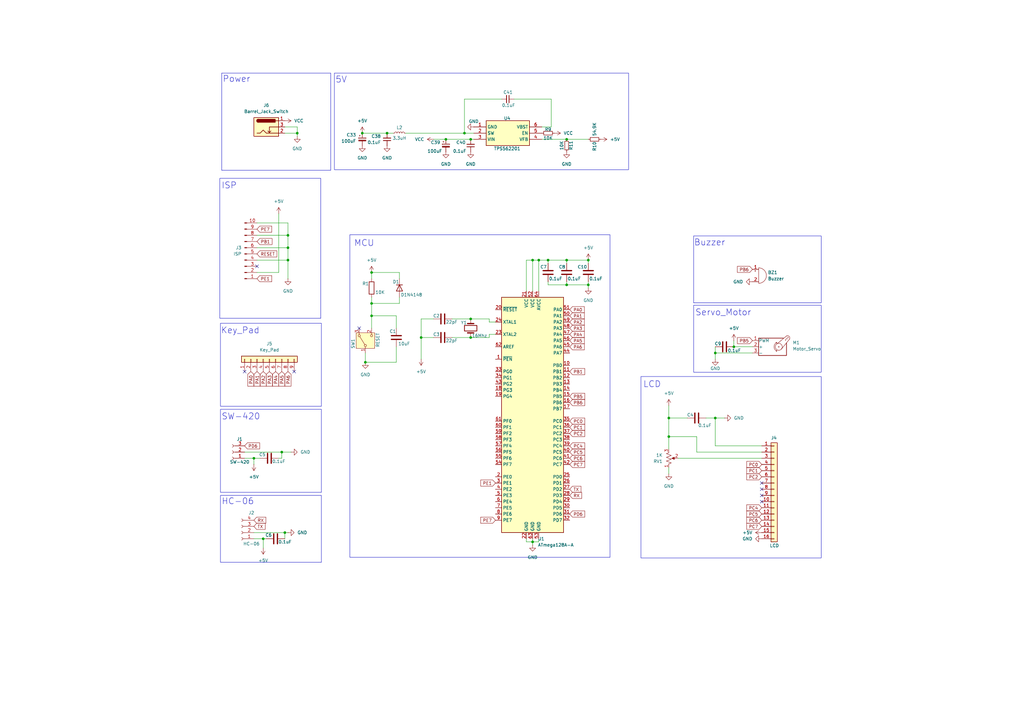
<source format=kicad_sch>
(kicad_sch (version 20250114) (generator "eeschema") (generator_version "9.0")
  (paper "A3")
  (lib_symbols
    (symbol "Connector:Barrel_Jack_Switch" (pin_names (hide yes))
      (property "Reference" "J" (at 0 5.334 0))
      (property "Value" "Barrel_Jack_Switch" (at 0 -5.08 0))
      (symbol "Barrel_Jack_Switch_1_1"
        (pin passive line (at 7.62 2.54 180) (length 2.54) (name "~") (number "1"))
        (pin passive line (at 7.62 0 180) (length 2.54) (name "~") (number "3"))
        (pin passive line (at 7.62 -2.54 180) (length 2.54) (name "~") (number "2"))
      )
    )
    (symbol "Connector:Conn_01x03_Socket" (pin_names (offset 1.016) (hide yes))
      (property "Reference" "J" (at 0 5.08 0))
      (property "Value" "Conn_01x03_Socket" (at 0 -5.08 0))
      (symbol "Conn_01x03_Socket_1_1"
        (pin passive line (at -5.08 2.54 0) (length 3.81) (name "Pin_1") (number "1"))
        (pin passive line (at -5.08 0 0) (length 3.81) (name "Pin_2") (number "2"))
        (pin passive line (at -5.08 -2.54 0) (length 3.81) (name "Pin_3") (number "3"))
      )
    )
    (symbol "Connector:Conn_01x04_Socket" (pin_names (offset 1.016) (hide yes))
      (property "Reference" "J" (at 0 5.08 0))
      (property "Value" "Conn_01x04_Socket" (at 0 -7.62 0))
      (symbol "Conn_01x04_Socket_1_1"
        (pin passive line (at -5.08 2.54 0) (length 3.81) (name "Pin_1") (number "1"))
        (pin passive line (at -5.08 0 0) (length 3.81) (name "Pin_2") (number "2"))
        (pin passive line (at -5.08 -2.54 0) (length 3.81) (name "Pin_3") (number "3"))
        (pin passive line (at -5.08 -5.08 0) (length 3.81) (name "Pin_4") (number "4"))
      )
    )
    (symbol "Connector:Conn_01x10_Pin" (pin_names (offset 1.016) (hide yes))
      (property "Reference" "J" (at 0 12.7 0))
      (property "Value" "Conn_01x10_Pin" (at 0 -15.24 0))
      (symbol "Conn_01x10_Pin_1_1"
        (pin passive line (at 5.08 10.16 180) (length 3.81) (name "Pin_1") (number "1"))
        (pin passive line (at 5.08 7.62 180) (length 3.81) (name "Pin_2") (number "2"))
        (pin passive line (at 5.08 5.08 180) (length 3.81) (name "Pin_3") (number "3"))
        (pin passive line (at 5.08 2.54 180) (length 3.81) (name "Pin_4") (number "4"))
        (pin passive line (at 5.08 0 180) (length 3.81) (name "Pin_5") (number "5"))
        (pin passive line (at 5.08 -2.54 180) (length 3.81) (name "Pin_6") (number "6"))
        (pin passive line (at 5.08 -5.08 180) (length 3.81) (name "Pin_7") (number "7"))
        (pin passive line (at 5.08 -7.62 180) (length 3.81) (name "Pin_8") (number "8"))
        (pin passive line (at 5.08 -10.16 180) (length 3.81) (name "Pin_9") (number "9"))
        (pin passive line (at 5.08 -12.7 180) (length 3.81) (name "Pin_10") (number "10"))
      )
    )
    (symbol "Connector_Generic:Conn_01x09" (pin_names (offset 1.016) (hide yes))
      (property "Reference" "J" (at 0 12.7 0))
      (property "Value" "Conn_01x09" (at 0 -12.7 0))
      (symbol "Conn_01x09_1_1"
        (pin passive line (at -5.08 10.16 0) (length 3.81) (name "Pin_1") (number "1"))
        (pin passive line (at -5.08 7.62 0) (length 3.81) (name "Pin_2") (number "2"))
        (pin passive line (at -5.08 5.08 0) (length 3.81) (name "Pin_3") (number "3"))
        (pin passive line (at -5.08 2.54 0) (length 3.81) (name "Pin_4") (number "4"))
        (pin passive line (at -5.08 0 0) (length 3.81) (name "Pin_5") (number "5"))
        (pin passive line (at -5.08 -2.54 0) (length 3.81) (name "Pin_6") (number "6"))
        (pin passive line (at -5.08 -5.08 0) (length 3.81) (name "Pin_7") (number "7"))
        (pin passive line (at -5.08 -7.62 0) (length 3.81) (name "Pin_8") (number "8"))
        (pin passive line (at -5.08 -10.16 0) (length 3.81) (name "Pin_9") (number "9"))
      )
    )
    (symbol "Connector_Generic:Conn_01x16" (pin_names (offset 1.016) (hide yes))
      (property "Reference" "J" (at 0 20.32 0))
      (property "Value" "Conn_01x16" (at 0 -22.86 0))
      (symbol "Conn_01x16_1_1"
        (pin passive line (at -5.08 17.78 0) (length 3.81) (name "Pin_1") (number "1"))
        (pin passive line (at -5.08 15.24 0) (length 3.81) (name "Pin_2") (number "2"))
        (pin passive line (at -5.08 12.7 0) (length 3.81) (name "Pin_3") (number "3"))
        (pin passive line (at -5.08 10.16 0) (length 3.81) (name "Pin_4") (number "4"))
        (pin passive line (at -5.08 7.62 0) (length 3.81) (name "Pin_5") (number "5"))
        (pin passive line (at -5.08 5.08 0) (length 3.81) (name "Pin_6") (number "6"))
        (pin passive line (at -5.08 2.54 0) (length 3.81) (name "Pin_7") (number "7"))
        (pin passive line (at -5.08 0 0) (length 3.81) (name "Pin_8") (number "8"))
        (pin passive line (at -5.08 -2.54 0) (length 3.81) (name "Pin_9") (number "9"))
        (pin passive line (at -5.08 -5.08 0) (length 3.81) (name "Pin_10") (number "10"))
        (pin passive line (at -5.08 -7.62 0) (length 3.81) (name "Pin_11") (number "11"))
        (pin passive line (at -5.08 -10.16 0) (length 3.81) (name "Pin_12") (number "12"))
        (pin passive line (at -5.08 -12.7 0) (length 3.81) (name "Pin_13") (number "13"))
        (pin passive line (at -5.08 -15.24 0) (length 3.81) (name "Pin_14") (number "14"))
        (pin passive line (at -5.08 -17.78 0) (length 3.81) (name "Pin_15") (number "15"))
        (pin passive line (at -5.08 -20.32 0) (length 3.81) (name "Pin_16") (number "16"))
      )
    )
    (symbol "Device:Buzzer" (pin_names (offset 0.0254) (hide yes))
      (property "Reference" "BZ" (at 3.81 1.27 0))
      (property "Value" "Buzzer" (at 3.81 -1.27 0))
      (symbol "Buzzer_1_1"
        (pin passive line (at -2.54 2.54 0) (length 2.54) (name "+") (number "1"))
        (pin passive line (at -2.54 -2.54 0) (length 2.54) (name "-") (number "2"))
      )
    )
    (symbol "Device:C" (pin_numbers (hide yes)) (pin_names (offset 0.254))
      (property "Reference" "C" (at 0.635 2.54 0))
      (property "Value" "C" (at 0.635 -2.54 0))
      (symbol "C_1_1"
        (pin passive line (at 0 3.81 270) (length 2.794) (name "~") (number "1"))
        (pin passive line (at 0 -3.81 90) (length 2.794) (name "~") (number "2"))
      )
    )
    (symbol "Device:C_Polarized_Small" (pin_numbers (hide yes)) (pin_names (offset 0.254) (hide yes))
      (property "Reference" "C" (at 0.254 1.778 0))
      (property "Value" "C_Polarized_Small" (at 0.254 -2.032 0))
      (symbol "C_Polarized_Small_1_1"
        (pin passive line (at 0 2.54 270) (length 1.8542) (name "~") (number "1"))
        (pin passive line (at 0 -2.54 90) (length 1.8542) (name "~") (number "2"))
      )
    )
    (symbol "Device:C_Small" (pin_numbers (hide yes)) (pin_names (offset 0.254) (hide yes))
      (property "Reference" "C" (at 0.254 1.778 0))
      (property "Value" "C_Small" (at 0.254 -2.032 0))
      (symbol "C_Small_1_1"
        (pin passive line (at 0 2.54 270) (length 2.032) (name "~") (number "1"))
        (pin passive line (at 0 -2.54 90) (length 2.032) (name "~") (number "2"))
      )
    )
    (symbol "Device:Crystal" (pin_numbers (hide yes)) (pin_names (offset 1.016) (hide yes))
      (property "Reference" "Y" (at 0 3.81 0))
      (property "Value" "Crystal" (at 0 -3.81 0))
      (symbol "Crystal_1_1"
        (pin passive line (at -3.81 0 0) (length 1.27) (name "1") (number "1"))
        (pin passive line (at 3.81 0 180) (length 1.27) (name "2") (number "2"))
      )
    )
    (symbol "Device:D" (pin_numbers (hide yes)) (pin_names (offset 1.016) (hide yes))
      (property "Reference" "D" (at 0 2.54 0))
      (property "Value" "D" (at 0 -2.54 0))
      (symbol "D_1_1"
        (pin passive line (at -3.81 0 0) (length 2.54) (name "K") (number "1"))
        (pin passive line (at 3.81 0 180) (length 2.54) (name "A") (number "2"))
      )
    )
    (symbol "Device:L_Small" (pin_numbers (hide yes)) (pin_names (offset 0.254) (hide yes))
      (property "Reference" "L" (at 0.762 1.016 0))
      (property "Value" "L_Small" (at 0.762 -1.016 0))
      (symbol "L_Small_1_1"
        (pin passive line (at 0 2.54 270) (length 0.508) (name "~") (number "1"))
        (pin passive line (at 0 -2.54 90) (length 0.508) (name "~") (number "2"))
      )
    )
    (symbol "Device:R" (pin_numbers (hide yes)) (pin_names (offset 0))
      (property "Reference" "R" (at 2.032 0 90))
      (property "Value" "R" (at 0 0 90))
      (symbol "R_1_1"
        (pin passive line (at 0 3.81 270) (length 1.27) (name "~") (number "1"))
        (pin passive line (at 0 -3.81 90) (length 1.27) (name "~") (number "2"))
      )
    )
    (symbol "Device:R_Potentiometer_US" (pin_names (offset 1.016) (hide yes))
      (property "Reference" "RV" (at -4.445 0 90))
      (property "Value" "R_Potentiometer_US" (at -2.54 0 90))
      (symbol "R_Potentiometer_US_1_1"
        (pin passive line (at 0 3.81 270) (length 1.27) (name "1") (number "1"))
        (pin passive line (at 0 -3.81 90) (length 1.27) (name "3") (number "3"))
        (pin passive line (at 3.81 0 180) (length 1.27) (name "2") (number "2"))
      )
    )
    (symbol "Device:R_Small" (pin_numbers (hide yes)) (pin_names (offset 0.254) (hide yes))
      (property "Reference" "R" (at 0.762 0.508 0))
      (property "Value" "R_Small" (at 0.762 -1.016 0))
      (symbol "R_Small_1_1"
        (pin passive line (at 0 2.54 270) (length 0.762) (name "~") (number "1"))
        (pin passive line (at 0 -2.54 90) (length 0.762) (name "~") (number "2"))
      )
    )
    (symbol "MCU_Microchip_ATmega:ATmega128A-A"
      (property "Reference" "U1" (at 2.1433 -50.8 0))
      (property "Value" "ATmega128A-A" (at 2.1433 -53.34 0))
      (symbol "ATmega128A-A_1_1"
        (pin input line (at -15.24 43.18 0) (length 2.54) (name "~{RESET}") (number "20"))
        (pin input line (at -15.24 38.1 0) (length 2.54) (name "XTAL1") (number "24"))
        (pin output line (at -15.24 33.02 0) (length 2.54) (name "XTAL2") (number "23"))
        (pin passive line (at -15.24 27.94 0) (length 2.54) (name "AREF") (number "62"))
        (pin input line (at -15.24 22.86 0) (length 2.54) (name "~{PEN}") (number "1"))
        (pin bidirectional line (at -15.24 17.78 0) (length 2.54) (name "PG0") (number "33"))
        (pin bidirectional line (at -15.24 15.24 0) (length 2.54) (name "PG1") (number "34"))
        (pin bidirectional line (at -15.24 12.7 0) (length 2.54) (name "PG2") (number "43"))
        (pin bidirectional line (at -15.24 10.16 0) (length 2.54) (name "PG3") (number "18"))
        (pin bidirectional line (at -15.24 7.62 0) (length 2.54) (name "PG4") (number "19"))
        (pin bidirectional line (at -15.24 -2.54 0) (length 2.54) (name "PF0") (number "61"))
        (pin bidirectional line (at -15.24 -5.08 0) (length 2.54) (name "PF1") (number "60"))
        (pin bidirectional line (at -15.24 -7.62 0) (length 2.54) (name "PF2") (number "59"))
        (pin bidirectional line (at -15.24 -10.16 0) (length 2.54) (name "PF3") (number "58"))
        (pin bidirectional line (at -15.24 -12.7 0) (length 2.54) (name "PF4") (number "57"))
        (pin bidirectional line (at -15.24 -15.24 0) (length 2.54) (name "PF5") (number "56"))
        (pin bidirectional line (at -15.24 -17.78 0) (length 2.54) (name "PF6") (number "55"))
        (pin bidirectional line (at -15.24 -20.32 0) (length 2.54) (name "PF7") (number "54"))
        (pin bidirectional line (at -15.24 -25.4 0) (length 2.54) (name "PE0") (number "2"))
        (pin bidirectional line (at -15.24 -27.94 0) (length 2.54) (name "PE1") (number "3"))
        (pin bidirectional line (at -15.24 -30.48 0) (length 2.54) (name "PE2") (number "4"))
        (pin bidirectional line (at -15.24 -33.02 0) (length 2.54) (name "PE3") (number "5"))
        (pin bidirectional line (at -15.24 -35.56 0) (length 2.54) (name "PE4") (number "6"))
        (pin bidirectional line (at -15.24 -38.1 0) (length 2.54) (name "PE5") (number "7"))
        (pin bidirectional line (at -15.24 -40.64 0) (length 2.54) (name "PE6") (number "8"))
        (pin bidirectional line (at -15.24 -43.18 0) (length 2.54) (name "PE7") (number "9"))
        (pin power_in line (at -2.54 50.8 270) (length 2.54) (name "VCC") (number "21"))
        (pin power_in line (at -2.54 -50.8 90) (length 2.54) (name "GND") (number "22"))
        (pin power_in line (at 0 50.8 270) (length 2.54) (name "VCC") (number "52"))
        (pin power_in line (at 0 -50.8 90) (length 2.54) (name "GND") (number "63"))
        (pin power_in line (at 2.54 50.8 270) (length 2.54) (name "AVCC") (number "64"))
        (pin power_in line (at 2.54 -50.8 90) (length 2.54) (name "GND") (number "53"))
        (pin bidirectional line (at 15.24 43.18 180) (length 2.54) (name "PA0") (number "51"))
        (pin bidirectional line (at 15.24 40.64 180) (length 2.54) (name "PA1") (number "50"))
        (pin bidirectional line (at 15.24 38.1 180) (length 2.54) (name "PA2") (number "49"))
        (pin bidirectional line (at 15.24 35.56 180) (length 2.54) (name "PA3") (number "48"))
        (pin bidirectional line (at 15.24 33.02 180) (length 2.54) (name "PA4") (number "47"))
        (pin bidirectional line (at 15.24 30.48 180) (length 2.54) (name "PA5") (number "46"))
        (pin bidirectional line (at 15.24 27.94 180) (length 2.54) (name "PA6") (number "45"))
        (pin bidirectional line (at 15.24 25.4 180) (length 2.54) (name "PA7") (number "44"))
        (pin bidirectional line (at 15.24 20.32 180) (length 2.54) (name "PB0") (number "10"))
        (pin bidirectional line (at 15.24 17.78 180) (length 2.54) (name "PB1") (number "11"))
        (pin bidirectional line (at 15.24 15.24 180) (length 2.54) (name "PB2") (number "12"))
        (pin bidirectional line (at 15.24 12.7 180) (length 2.54) (name "PB3") (number "13"))
        (pin bidirectional line (at 15.24 10.16 180) (length 2.54) (name "PB4") (number "14"))
        (pin bidirectional line (at 15.24 7.62 180) (length 2.54) (name "PB5") (number "15"))
        (pin bidirectional line (at 15.24 5.08 180) (length 2.54) (name "PB6") (number "16"))
        (pin bidirectional line (at 15.24 2.54 180) (length 2.54) (name "PB7") (number "17"))
        (pin bidirectional line (at 15.24 -2.54 180) (length 2.54) (name "PC0") (number "35"))
        (pin bidirectional line (at 15.24 -5.08 180) (length 2.54) (name "PC1") (number "36"))
        (pin bidirectional line (at 15.24 -7.62 180) (length 2.54) (name "PC2") (number "37"))
        (pin bidirectional line (at 15.24 -10.16 180) (length 2.54) (name "PC3") (number "38"))
        (pin bidirectional line (at 15.24 -12.7 180) (length 2.54) (name "PC4") (number "39"))
        (pin bidirectional line (at 15.24 -15.24 180) (length 2.54) (name "PC5") (number "40"))
        (pin bidirectional line (at 15.24 -17.78 180) (length 2.54) (name "PC6") (number "41"))
        (pin bidirectional line (at 15.24 -20.32 180) (length 2.54) (name "PC7") (number "42"))
        (pin bidirectional line (at 15.24 -25.4 180) (length 2.54) (name "PD0") (number "25"))
        (pin bidirectional line (at 15.24 -27.94 180) (length 2.54) (name "PD1") (number "26"))
        (pin bidirectional line (at 15.24 -30.48 180) (length 2.54) (name "PD2") (number "27"))
        (pin bidirectional line (at 15.24 -33.02 180) (length 2.54) (name "PD3") (number "28"))
        (pin bidirectional line (at 15.24 -35.56 180) (length 2.54) (name "PD4") (number "29"))
        (pin bidirectional line (at 15.24 -38.1 180) (length 2.54) (name "PD5") (number "30"))
        (pin bidirectional line (at 15.24 -40.64 180) (length 2.54) (name "PD6") (number "31"))
        (pin bidirectional line (at 15.24 -43.18 180) (length 2.54) (name "PD7") (number "32"))
      )
    )
    (symbol "Motor:Motor_Servo" (pin_names (offset 0.0254))
      (property "Reference" "M" (at -5.08 4.445 0))
      (property "Value" "Motor_Servo" (at -5.08 -4.064 0))
      (symbol "Motor_Servo_1_1"
        (pin passive line (at -7.62 2.54 0) (length 2.54) (name "PWM") (number "1"))
        (pin passive line (at -7.62 0 0) (length 2.54) (name "+") (number "2"))
        (pin passive line (at -7.62 -2.54 0) (length 2.54) (name "-") (number "3"))
      )
    )
    (symbol "Switch:SW_SPDT_312" (pin_names (offset 1) (hide yes))
      (property "Reference" "SW" (at 0 5.08 0))
      (property "Value" "SW_SPDT_312" (at 0 -5.08 0))
      (symbol "SW_SPDT_312_1_1"
        (pin passive line (at -5.08 0 0) (length 2.54) (name "B") (number "1"))
        (pin passive line (at 5.08 2.54 180) (length 2.54) (name "A") (number "3"))
        (pin passive line (at 5.08 -2.54 180) (length 2.54) (name "C") (number "2"))
      )
    )
    (symbol "TPS562201DDCR:TPS562201DDCR"
      (property "Reference" "IC" (at 4.826 4.318 0))
      (property "Value" "TPS562201DDCR" (at 6.35 -8.382 0))
      (symbol "TPS562201DDCR_1_1"
        (pin passive line (at 0 0 0) (length 5.08) (name "GND") (number "1"))
        (pin passive line (at 0 -2.54 0) (length 5.08) (name "SW") (number "2"))
        (pin passive line (at 0 -5.08 0) (length 5.08) (name "VIN") (number "3"))
        (pin passive line (at 27.94 0 180) (length 5.08) (name "VBST") (number "6"))
        (pin passive line (at 27.94 -2.54 180) (length 5.08) (name "EN") (number "5"))
        (pin passive line (at 27.94 -5.08 180) (length 5.08) (name "VFB") (number "4"))
      )
    )
    (symbol "power:+3.3V" (power) (pin_numbers (hide yes)) (pin_names (offset 0) (hide yes))
      (property "Value" "+3.3V" (at 0 3.556 0))
      (symbol "+3.3V_1_1"
        (pin power_in line (at 0 0 90) (length 0) (name "~") (number "1"))
      )
    )
    (symbol "power:+5V" (power) (pin_numbers (hide yes)) (pin_names (offset 0) (hide yes))
      (property "Value" "+5V" (at 0 3.556 0))
      (symbol "+5V_1_1"
        (pin power_in line (at 0 0 90) (length 0) (name "~") (number "1"))
      )
    )
    (symbol "power:GND" (power) (pin_numbers (hide yes)) (pin_names (offset 0) (hide yes))
      (property "Value" "GND" (at 0 -3.81 0))
      (symbol "GND_1_1"
        (pin power_in line (at 0 0 270) (length 0) (name "~") (number "1"))
      )
    )
    (symbol "power:VCC" (power) (pin_numbers (hide yes)) (pin_names (offset 0) (hide yes))
      (property "Value" "VCC" (at 0 3.556 0))
      (symbol "VCC_1_1"
        (pin power_in line (at 0 0 90) (length 0) (name "~") (number "1"))
      )
    )
  )
  (rectangle (start 284.48 96.774) (end 336.804 124.206))
  (rectangle (start 90.932 29.972) (end 135.636 69.85))
  (rectangle (start 284.48 125.222) (end 336.804 152.654))
  (rectangle (start 90.424 132.588) (end 131.826 166.624))
  (rectangle (start 90.17 73.152) (end 131.572 130.556))
  (rectangle (start 90.424 203.2) (end 131.826 230.632))
  (rectangle (start 90.424 167.894) (end 131.826 201.93))
  (rectangle (start 137.16 29.972) (end 257.81 69.596))
  (rectangle (start 262.89 154.432) (end 336.804 228.854))
  (rectangle (start 143.51 96.266) (end 250.19 228.6))
  (text "Buzzer\n" (at 291.084 99.568 0) (effects (font (size 2.54 2.54))))
  (text "ISP\n" (at 93.98 76.2 0) (effects (font (size 2.54 2.54))))
  (text "HC-06\n" (at 97.536 205.74 0) (effects (font (size 2.54 2.54))))
  (text "5V" (at 139.954 32.766 0) (effects (font (size 2.54 2.54))))
  (text "Servo_Motor" (at 296.672 128.27 0) (effects (font (size 2.54 2.54))))
  (text "LCD" (at 267.462 157.734 0) (effects (font (size 2.54 2.54))))
  (text "Power" (at 97.028 32.512 0) (effects (font (size 2.54 2.54))))
  (text "MCU" (at 149.352 99.822 0) (effects (font (size 2.54 2.54))))
  (text "SW-420\n" (at 98.806 170.942 0) (effects (font (size 2.54 2.54))))
  (text "Key_Pad\n" (at 98.552 135.636 0) (effects (font (size 2.54 2.54))))
  (junction (at 274.32 179.07))
  (junction (at 241.3 116.84))
  (junction (at 241.3 106.68))
  (junction (at 293.37 171.45))
  (junction (at 118.11 106.68))
  (junction (at 193.04 130.81))
  (junction (at 193.04 57.15))
  (junction (at 218.44 222.25))
  (junction (at 118.11 96.52))
  (junction (at 148.59 54.61))
  (junction (at 224.79 106.68))
  (junction (at 232.41 106.68))
  (junction (at 274.32 171.45))
  (junction (at 152.4 124.46))
  (junction (at 300.99 142.24))
  (junction (at 116.84 218.44))
  (junction (at 149.86 148.59))
  (junction (at 158.75 54.61))
  (junction (at 104.14 187.96))
  (junction (at 115.57 185.42))
  (junction (at 152.4 111.76))
  (junction (at 293.37 144.78))
  (junction (at 218.44 106.68))
  (junction (at 193.04 138.43))
  (junction (at 152.4 129.54))
  (junction (at 220.98 106.68))
  (junction (at 232.41 57.15))
  (junction (at 182.88 57.15))
  (junction (at 118.11 101.6))
  (junction (at 172.72 138.43))
  (junction (at 190.5 54.61))
  (junction (at 232.41 116.84))
  (junction (at 107.95 220.98))
  (junction (at 121.92 54.61))
  (no_connect (at 100.33 152.4))
  (no_connect (at 105.41 109.22))
  (no_connect (at 147.32 134.62))
  (no_connect (at 312.42 203.2))
  (no_connect (at 312.42 198.12))
  (no_connect (at 120.65 152.4))
  (no_connect (at 312.42 200.66))
  (no_connect (at 312.42 205.74))
  (wire (pts (xy 312.42 187.96) (xy 278.13 187.96)))
  (wire (pts (xy 152.4 124.46) (xy 152.4 121.92)))
  (wire (pts (xy 293.37 171.45) (xy 289.56 171.45)))
  (wire (pts (xy 100.33 185.42) (xy 115.57 185.42)))
  (wire (pts (xy 116.84 218.44) (xy 116.84 220.98)))
  (wire (pts (xy 162.56 148.59) (xy 149.86 148.59)))
  (wire (pts (xy 200.66 137.16) (xy 200.66 138.43)))
  (wire (pts (xy 118.11 101.6) (xy 118.11 106.68)))
  (wire (pts (xy 172.72 138.43) (xy 177.8 138.43)))
  (wire (pts (xy 224.79 106.68) (xy 232.41 106.68)))
  (wire (pts (xy 293.37 142.24) (xy 293.37 144.78)))
  (wire (pts (xy 166.37 54.61) (xy 190.5 54.61)))
  (wire (pts (xy 148.59 54.61) (xy 158.75 54.61)))
  (wire (pts (xy 118.11 218.44) (xy 116.84 218.44)))
  (wire (pts (xy 215.9 106.68) (xy 218.44 106.68)))
  (wire (pts (xy 121.92 54.61) (xy 121.92 55.88)))
  (wire (pts (xy 203.2 132.08) (xy 200.66 132.08)))
  (wire (pts (xy 190.5 40.64) (xy 190.5 54.61)))
  (wire (pts (xy 104.14 187.96) (xy 100.33 187.96)))
  (wire (pts (xy 220.98 106.68) (xy 224.79 106.68)))
  (wire (pts (xy 274.32 166.37) (xy 274.32 171.45)))
  (wire (pts (xy 222.25 52.07) (xy 226.06 52.07)))
  (wire (pts (xy 116.84 218.44) (xy 104.14 218.44)))
  (wire (pts (xy 107.95 224.79) (xy 107.95 220.98)))
  (wire (pts (xy 226.06 52.07) (xy 226.06 40.64)))
  (wire (pts (xy 293.37 144.78) (xy 308.61 144.78)))
  (wire (pts (xy 116.84 54.61) (xy 121.92 54.61)))
  (wire (pts (xy 105.41 101.6) (xy 118.11 101.6)))
  (wire (pts (xy 297.18 171.45) (xy 293.37 171.45)))
  (wire (pts (xy 241.3 106.68) (xy 241.3 107.95)))
  (wire (pts (xy 274.32 179.07) (xy 274.32 184.15)))
  (wire (pts (xy 162.56 134.62) (xy 162.56 129.54)))
  (wire (pts (xy 200.66 132.08) (xy 200.66 130.81)))
  (wire (pts (xy 163.83 121.92) (xy 163.83 124.46)))
  (wire (pts (xy 107.95 220.98) (xy 104.14 220.98)))
  (wire (pts (xy 172.72 130.81) (xy 172.72 138.43)))
  (wire (pts (xy 220.98 222.25) (xy 218.44 222.25)))
  (wire (pts (xy 158.75 54.61) (xy 161.29 54.61)))
  (wire (pts (xy 224.79 106.68) (xy 224.79 107.95)))
  (wire (pts (xy 105.41 111.76) (xy 114.3 111.76)))
  (wire (pts (xy 115.57 187.96) (xy 114.3 187.96)))
  (wire (pts (xy 105.41 106.68) (xy 118.11 106.68)))
  (wire (pts (xy 149.86 148.59) (xy 149.86 144.78)))
  (wire (pts (xy 121.92 52.07) (xy 121.92 54.61)))
  (wire (pts (xy 285.75 185.42) (xy 285.75 179.07)))
  (wire (pts (xy 118.11 106.68) (xy 118.11 114.3)))
  (wire (pts (xy 274.32 191.77) (xy 274.32 194.31)))
  (wire (pts (xy 218.44 106.68) (xy 220.98 106.68)))
  (wire (pts (xy 105.41 96.52) (xy 118.11 96.52)))
  (wire (pts (xy 312.42 185.42) (xy 285.75 185.42)))
  (wire (pts (xy 163.83 124.46) (xy 152.4 124.46)))
  (wire (pts (xy 293.37 147.32) (xy 293.37 144.78)))
  (wire (pts (xy 224.79 116.84) (xy 232.41 116.84)))
  (wire (pts (xy 162.56 142.24) (xy 162.56 148.59)))
  (wire (pts (xy 215.9 119.38) (xy 215.9 106.68)))
  (wire (pts (xy 241.3 115.57) (xy 241.3 116.84)))
  (wire (pts (xy 104.14 190.5) (xy 104.14 187.96)))
  (wire (pts (xy 105.41 91.44) (xy 118.11 91.44)))
  (wire (pts (xy 215.9 220.98) (xy 215.9 222.25)))
  (wire (pts (xy 190.5 54.61) (xy 194.31 54.61)))
  (wire (pts (xy 232.41 106.68) (xy 232.41 107.95)))
  (wire (pts (xy 152.4 114.3) (xy 152.4 111.76)))
  (wire (pts (xy 193.04 57.15) (xy 194.31 57.15)))
  (wire (pts (xy 218.44 119.38) (xy 218.44 106.68)))
  (wire (pts (xy 152.4 111.76) (xy 163.83 111.76)))
  (wire (pts (xy 177.8 57.15) (xy 182.88 57.15)))
  (wire (pts (xy 106.68 187.96) (xy 104.14 187.96)))
  (wire (pts (xy 274.32 171.45) (xy 281.94 171.45)))
  (wire (pts (xy 220.98 106.68) (xy 220.98 119.38)))
  (wire (pts (xy 182.88 57.15) (xy 193.04 57.15)))
  (wire (pts (xy 285.75 179.07) (xy 274.32 179.07)))
  (wire (pts (xy 200.66 130.81) (xy 193.04 130.81)))
  (wire (pts (xy 220.98 220.98) (xy 220.98 222.25)))
  (wire (pts (xy 118.11 91.44) (xy 118.11 96.52)))
  (wire (pts (xy 232.41 116.84) (xy 241.3 116.84)))
  (wire (pts (xy 300.99 142.24) (xy 308.61 142.24)))
  (wire (pts (xy 152.4 129.54) (xy 162.56 129.54)))
  (wire (pts (xy 293.37 182.88) (xy 293.37 171.45)))
  (wire (pts (xy 107.95 220.98) (xy 109.22 220.98)))
  (wire (pts (xy 177.8 130.81) (xy 172.72 130.81)))
  (wire (pts (xy 218.44 222.25) (xy 218.44 220.98)))
  (wire (pts (xy 115.57 185.42) (xy 119.38 185.42)))
  (wire (pts (xy 232.41 57.15) (xy 222.25 57.15)))
  (wire (pts (xy 215.9 222.25) (xy 218.44 222.25)))
  (wire (pts (xy 203.2 137.16) (xy 200.66 137.16)))
  (wire (pts (xy 205.74 40.64) (xy 190.5 40.64)))
  (wire (pts (xy 185.42 138.43) (xy 193.04 138.43)))
  (wire (pts (xy 116.84 52.07) (xy 121.92 52.07)))
  (wire (pts (xy 274.32 171.45) (xy 274.32 179.07)))
  (wire (pts (xy 224.79 116.84) (xy 224.79 115.57)))
  (wire (pts (xy 218.44 223.52) (xy 218.44 222.25)))
  (wire (pts (xy 241.3 57.15) (xy 232.41 57.15)))
  (wire (pts (xy 114.3 111.76) (xy 114.3 87.63)))
  (wire (pts (xy 226.06 40.64) (xy 210.82 40.64)))
  (wire (pts (xy 152.4 124.46) (xy 152.4 129.54)))
  (wire (pts (xy 241.3 118.11) (xy 241.3 116.84)))
  (wire (pts (xy 312.42 182.88) (xy 293.37 182.88)))
  (wire (pts (xy 232.41 106.68) (xy 241.3 106.68)))
  (wire (pts (xy 200.66 138.43) (xy 193.04 138.43)))
  (wire (pts (xy 115.57 185.42) (xy 115.57 187.96)))
  (wire (pts (xy 152.4 129.54) (xy 152.4 134.62)))
  (wire (pts (xy 118.11 96.52) (xy 118.11 101.6)))
  (wire (pts (xy 172.72 138.43) (xy 172.72 147.32)))
  (wire (pts (xy 163.83 111.76) (xy 163.83 114.3)))
  (wire (pts (xy 185.42 130.81) (xy 193.04 130.81)))
  (wire (pts (xy 232.41 115.57) (xy 232.41 116.84)))
  (wire (pts (xy 300.99 139.7) (xy 300.99 142.24)))
  (global_label "PC1" (shape input) (at 312.42 193.04 180) (property "Intersheetrefs" "${INTERSHEET_REFS}" (effects (hide yes))))
  (global_label "PA3" (shape input) (at 110.49 152.4 270) (property "Intersheetrefs" "${INTERSHEET_REFS}" (effects (hide yes))))
  (global_label "PC1" (shape input) (at 233.68 175.26 0) (property "Intersheetrefs" "${INTERSHEET_REFS}" (effects (hide yes))))
  (global_label "PE7" (shape input) (at 105.41 93.98 0) (property "Intersheetrefs" "${INTERSHEET_REFS}" (effects (hide yes))))
  (global_label "PC2" (shape input) (at 233.68 177.8 0) (property "Intersheetrefs" "${INTERSHEET_REFS}" (effects (hide yes))))
  (global_label "PC0" (shape input) (at 312.42 190.5 180) (property "Intersheetrefs" "${INTERSHEET_REFS}" (effects (hide yes))))
  (global_label "PC5" (shape input) (at 312.42 210.82 180) (property "Intersheetrefs" "${INTERSHEET_REFS}" (effects (hide yes))))
  (global_label "PA1" (shape input) (at 105.41 152.4 270) (property "Intersheetrefs" "${INTERSHEET_REFS}" (effects (hide yes))))
  (global_label "PD6" (shape input) (at 233.68 210.82 0) (property "Intersheetrefs" "${INTERSHEET_REFS}" (effects (hide yes))))
  (global_label "PA3" (shape input) (at 233.68 134.62 0) (property "Intersheetrefs" "${INTERSHEET_REFS}" (effects (hide yes))))
  (global_label "PA0" (shape input) (at 102.87 152.4 270) (property "Intersheetrefs" "${INTERSHEET_REFS}" (effects (hide yes))))
  (global_label "PE7" (shape input) (at 203.2 213.36 180) (property "Intersheetrefs" "${INTERSHEET_REFS}" (effects (hide yes))))
  (global_label "PA4" (shape input) (at 113.03 152.4 270) (property "Intersheetrefs" "${INTERSHEET_REFS}" (effects (hide yes))))
  (global_label "PA1" (shape input) (at 233.68 129.54 0) (property "Intersheetrefs" "${INTERSHEET_REFS}" (effects (hide yes))))
  (global_label "PA6" (shape input) (at 118.11 152.4 270) (property "Intersheetrefs" "${INTERSHEET_REFS}" (effects (hide yes))))
  (global_label "PC6" (shape input) (at 233.68 187.96 0) (property "Intersheetrefs" "${INTERSHEET_REFS}" (effects (hide yes))))
  (global_label "PC4" (shape input) (at 312.42 208.28 180) (property "Intersheetrefs" "${INTERSHEET_REFS}" (effects (hide yes))))
  (global_label "PC7" (shape input) (at 233.68 190.5 0) (property "Intersheetrefs" "${INTERSHEET_REFS}" (effects (hide yes))))
  (global_label "PB1" (shape input) (at 105.41 99.06 0) (property "Intersheetrefs" "${INTERSHEET_REFS}" (effects (hide yes))))
  (global_label "PB6" (shape input) (at 308.61 110.49 180) (property "Intersheetrefs" "${INTERSHEET_REFS}" (effects (hide yes))))
  (global_label "PA6" (shape input) (at 233.68 142.24 0) (property "Intersheetrefs" "${INTERSHEET_REFS}" (effects (hide yes))))
  (global_label "PB5" (shape input) (at 233.68 162.56 0) (property "Intersheetrefs" "${INTERSHEET_REFS}" (effects (hide yes))))
  (global_label "PA5" (shape input) (at 115.57 152.4 270) (property "Intersheetrefs" "${INTERSHEET_REFS}" (effects (hide yes))))
  (global_label "PA4" (shape input) (at 233.68 137.16 0) (property "Intersheetrefs" "${INTERSHEET_REFS}" (effects (hide yes))))
  (global_label "PC6" (shape input) (at 312.42 213.36 180) (property "Intersheetrefs" "${INTERSHEET_REFS}" (effects (hide yes))))
  (global_label "PA0" (shape input) (at 233.68 127 0) (property "Intersheetrefs" "${INTERSHEET_REFS}" (effects (hide yes))))
  (global_label "PA2" (shape input) (at 107.95 152.4 270) (property "Intersheetrefs" "${INTERSHEET_REFS}" (effects (hide yes))))
  (global_label "PA2" (shape input) (at 233.68 132.08 0) (property "Intersheetrefs" "${INTERSHEET_REFS}" (effects (hide yes))))
  (global_label "PC0" (shape input) (at 233.68 172.72 0) (property "Intersheetrefs" "${INTERSHEET_REFS}" (effects (hide yes))))
  (global_label "TX" (shape input) (at 233.68 200.66 0) (property "Intersheetrefs" "${INTERSHEET_REFS}" (effects (hide yes))))
  (global_label "RX" (shape input) (at 104.14 213.36 0) (property "Intersheetrefs" "${INTERSHEET_REFS}" (effects (hide yes))))
  (global_label "PB6" (shape input) (at 233.68 165.1 0) (property "Intersheetrefs" "${INTERSHEET_REFS}" (effects (hide yes))))
  (global_label "PC7" (shape input) (at 312.42 215.9 180) (property "Intersheetrefs" "${INTERSHEET_REFS}" (effects (hide yes))))
  (global_label "PD6" (shape input) (at 100.33 182.88 0) (property "Intersheetrefs" "${INTERSHEET_REFS}" (effects (hide yes))))
  (global_label "PB5" (shape input) (at 308.61 139.7 180) (property "Intersheetrefs" "${INTERSHEET_REFS}" (effects (hide yes))))
  (global_label "TX" (shape input) (at 104.14 215.9 0) (property "Intersheetrefs" "${INTERSHEET_REFS}" (effects (hide yes))))
  (global_label "PC5" (shape input) (at 233.68 185.42 0) (property "Intersheetrefs" "${INTERSHEET_REFS}" (effects (hide yes))))
  (global_label "PC2" (shape input) (at 312.42 195.58 180) (property "Intersheetrefs" "${INTERSHEET_REFS}" (effects (hide yes))))
  (global_label "PA5" (shape input) (at 233.68 139.7 0) (property "Intersheetrefs" "${INTERSHEET_REFS}" (effects (hide yes))))
  (global_label "PC4" (shape input) (at 233.68 182.88 0) (property "Intersheetrefs" "${INTERSHEET_REFS}" (effects (hide yes))))
  (global_label "RX" (shape input) (at 233.68 203.2 0) (property "Intersheetrefs" "${INTERSHEET_REFS}" (effects (hide yes))))
  (global_label "RESET" (shape input) (at 105.41 104.14 0) (property "Intersheetrefs" "${INTERSHEET_REFS}" (effects (hide yes))))
  (global_label "PE1" (shape input) (at 105.41 114.3 0) (property "Intersheetrefs" "${INTERSHEET_REFS}" (effects (hide yes))))
  (global_label "PE1" (shape input) (at 203.2 198.12 180) (property "Intersheetrefs" "${INTERSHEET_REFS}" (effects (hide yes))))
  (global_label "PB1" (shape input) (at 233.68 152.4 0) (property "Intersheetrefs" "${INTERSHEET_REFS}" (effects (hide yes))))
  (symbol (lib_id "power:GND") (at 241.3 118.11 0) (unit 1)
    (property "Reference" "#PWR04" (effects (hide yes)))
    (property "Value" "GND" (at 241.3 123.19 0))
    (property "Description" "Power symbol creates a global label with name \"GND\" , ground" (effects (hide yes)))
  )
  (symbol (lib_id "Device:C_Polarized_Small") (at 182.88 59.69 0) (unit 1)
    (property "Reference" "C39" (at 180.594 58.42 0) (effects (justify right)))
    (property "Value" "100uF" (at 181.356 61.976 0) (effects (justify right)))
    (property "Footprint" "Capacitor_SMD:CP_Elec_6.3x5.9" (effects (hide yes)))
    (property "Description" "Polarized capacitor, small symbol" (effects (hide yes)))
  )
  (symbol (lib_id "power:GND") (at 149.86 148.59 0) (unit 1)
    (property "Reference" "#PWR02" (effects (hide yes)))
    (property "Value" "GND" (at 149.86 153.67 0))
    (property "Description" "Power symbol creates a global label with name \"GND\" , ground" (effects (hide yes)))
  )
  (symbol (lib_id "Device:C") (at 162.56 138.43 0) (unit 1)
    (property "Reference" "C1" (at 159.766 135.89 0) (effects (justify left)))
    (property "Value" "10uF" (at 163.322 140.97 0) (effects (justify left)))
    (property "Footprint" "Capacitor_SMD:C_0805_2012Metric" (effects (hide yes)))
    (property "Description" "Unpolarized capacitor" (effects (hide yes)))
  )
  (symbol (lib_id "power:GND") (at 312.42 220.98 270) (unit 1)
    (property "Reference" "#PWR016" (effects (hide yes)))
    (property "Value" "GND" (at 308.61 220.9799 90) (effects (justify right)))
    (property "Description" "Power symbol creates a global label with name \"GND\" , ground" (effects (hide yes)))
  )
  (symbol (lib_id "power:VCC") (at 227.33 54.61 270) (unit 1)
    (property "Reference" "#PWR022" (effects (hide yes)))
    (property "Value" "VCC" (at 231.14 54.6099 90) (effects (justify left)))
    (property "Description" "Power symbol creates a global label with name \"VCC\"" (effects (hide yes)))
  )
  (symbol (lib_id "Device:L_Small") (at 163.83 54.61 270) (mirror x) (unit 1)
    (property "Reference" "L2" (at 163.83 52.324 90))
    (property "Value" "3.3uH" (at 163.83 56.642 90))
    (property "Footprint" "Inductor_SMD:L_0805_2012Metric" (effects (hide yes)))
    (property "Description" "Inductor, small symbol" (effects (hide yes)))
  )
  (symbol (lib_id "power:GND") (at 293.37 147.32 0) (unit 1)
    (property "Reference" "#PWR012" (effects (hide yes)))
    (property "Value" "GND" (at 293.37 151.13 0))
    (property "Description" "Power symbol creates a global label with name \"GND\" , ground" (effects (hide yes)))
  )
  (symbol (lib_id "power:+5V") (at 104.14 190.5 180) (unit 1)
    (property "Reference" "#PWR06" (effects (hide yes)))
    (property "Value" "+5V" (at 104.14 195.58 0))
    (property "Description" "Power symbol creates a global label with name \"+5V\"" (effects (hide yes)))
  )
  (symbol (lib_id "power:GND") (at 148.59 59.69 0) (unit 1)
    (property "Reference" "#PWR033" (effects (hide yes)))
    (property "Value" "GND" (at 148.59 64.77 0))
    (property "Description" "Power symbol creates a global label with name \"GND\" , ground" (effects (hide yes)))
  )
  (symbol (lib_id "Device:R_Small") (at 224.79 54.61 90) (unit 1)
    (property "Reference" "R9" (at 224.79 53.086 90))
    (property "Value" "10K" (at 224.79 56.642 90))
    (property "Footprint" "Resistor_SMD:R_0805_2012Metric" (effects (hide yes)))
    (property "Description" "Resistor, small symbol" (effects (hide yes)))
  )
  (symbol (lib_id "Device:R_Potentiometer_US") (at 274.32 187.96 0) (mirror x) (unit 1)
    (property "Reference" "RV1" (at 271.78 189.2301 0) (effects (justify right)))
    (property "Value" "1K" (at 271.78 186.6901 0) (effects (justify right)))
    (property "Footprint" "Potentiometer_THT:Potentiometer_Bourns_3386F_Vertical" (effects (hide yes)))
    (property "Description" "Potentiometer, US symbol" (effects (hide yes)))
  )
  (symbol (lib_id "Device:C") (at 181.61 130.81 90) (unit 1)
    (property "Reference" "C2" (at 180.34 129.54 90) (effects (justify left)))
    (property "Value" "22pF" (at 187.706 132.08 90) (effects (justify left)))
    (property "Footprint" "Capacitor_SMD:C_0805_2012Metric" (effects (hide yes)))
    (property "Description" "Unpolarized capacitor" (effects (hide yes)))
  )
  (symbol (lib_id "Device:C") (at 181.61 138.43 90) (unit 1)
    (property "Reference" "C3" (at 180.34 137.16 90) (effects (justify left)))
    (property "Value" "22pF" (at 187.706 139.7 90) (effects (justify left)))
    (property "Footprint" "Capacitor_SMD:C_0805_2012Metric" (effects (hide yes)))
    (property "Description" "Unpolarized capacitor" (effects (hide yes)))
  )
  (symbol (lib_id "Connector:Barrel_Jack_Switch") (at 109.22 52.07 0) (unit 1)
    (property "Reference" "J6" (at 109.22 43.18 0))
    (property "Value" "Barrel_Jack_Switch" (at 109.22 45.72 0))
    (property "Footprint" "Connector_BarrelJack:BarrelJack_GCT_DCJ200-10-A_Horizontal" (effects (hide yes)))
    (property "Description" "DC Barrel Jack with an internal switch" (effects (hide yes)))
  )
  (symbol (lib_id "power:+5V") (at 107.95 224.79 180) (unit 1)
    (property "Reference" "#PWR08" (effects (hide yes)))
    (property "Value" "+5V" (at 107.95 229.87 0))
    (property "Description" "Power symbol creates a global label with name \"+5V\"" (effects (hide yes)))
  )
  (symbol (lib_id "Connector_Generic:Conn_01x16") (at 317.5 200.66 0) (unit 1)
    (property "Reference" "J4" (at 316.23 179.578 0) (effects (justify left)))
    (property "Value" "LCD" (at 315.722 223.774 0) (effects (justify left)))
    (property "Footprint" "Connector_PinHeader_2.54mm:PinHeader_1x16_P2.54mm_Vertical" (effects (hide yes)))
    (property "Description" "Generic connector, single row, 01x16, script generated (kicad-library-utils/schlib/autogen/connector/)" (effects (hide yes)))
  )
  (symbol (lib_id "Device:C_Small") (at 193.04 59.69 0) (mirror x) (unit 1)
    (property "Reference" "C40" (at 191.008 58.42 0) (effects (justify right)))
    (property "Value" "0.1uF" (at 191.262 61.976 0) (effects (justify right)))
    (property "Footprint" "Capacitor_SMD:C_0805_2012Metric" (effects (hide yes)))
    (property "Description" "Unpolarized capacitor, small symbol" (effects (hide yes)))
  )
  (symbol (lib_id "Device:C") (at 241.3 111.76 180) (unit 1)
    (property "Reference" "C10" (at 240.792 109.474 0) (effects (justify left)))
    (property "Value" "0.1uF" (at 247.142 114.3 0) (effects (justify left)))
    (property "Footprint" "Capacitor_SMD:C_0805_2012Metric" (effects (hide yes)))
    (property "Description" "Unpolarized capacitor" (effects (hide yes)))
  )
  (symbol (lib_id "power:+3.3V") (at 246.38 57.15 270) (unit 1)
    (property "Reference" "#PWR041" (effects (hide yes)))
    (property "Value" "+5V" (at 250.19 57.1499 90) (effects (justify left)))
    (property "Description" "Power symbol creates a global label with name \"+3.3V\"" (effects (hide yes)))
  )
  (symbol (lib_id "power:GND") (at 274.32 194.31 0) (unit 1)
    (property "Reference" "#PWR015" (effects (hide yes)))
    (property "Value" "GND" (at 274.32 199.39 0))
    (property "Description" "Power symbol creates a global label with name \"GND\" , ground" (effects (hide yes)))
  )
  (symbol (lib_id "Device:C_Polarized_Small") (at 148.59 57.15 0) (unit 1)
    (property "Reference" "C33" (at 146.05 55.3338 0) (effects (justify right)))
    (property "Value" "100uF" (at 146.05 57.8738 0) (effects (justify right)))
    (property "Footprint" "Capacitor_SMD:CP_Elec_6.3x5.9" (effects (hide yes)))
    (property "Description" "Polarized capacitor, small symbol" (effects (hide yes)))
  )
  (symbol (lib_id "Connector_Generic:Conn_01x09") (at 110.49 147.32 90) (unit 1)
    (property "Reference" "J5" (at 110.49 140.97 90))
    (property "Value" "Key_Pad" (at 110.49 143.51 90))
    (property "Footprint" "Connector_PinHeader_2.54mm:PinHeader_1x09_P2.54mm_Vertical" (effects (hide yes)))
    (property "Description" "Generic connector, single row, 01x09, script generated (kicad-library-utils/schlib/autogen/connector/)" (effects (hide yes)))
  )
  (symbol (lib_id "TPS562201DDCR:TPS562201DDCR") (at 194.31 52.07 0) (unit 1)
    (property "Reference" "U4" (at 208.026 48.514 0))
    (property "Value" "TPS562201" (at 208.026 60.96 0))
    (property "Footprint" "Package_TO_SOT_SMD:SOT-23-6" (effects (hide yes)))
    (property "Datasheet" "http://www.ti.com/lit/gpn/tps562201" (effects (hide yes)))
    (property "Description" "4.5 V to 17 V input, 2 A output, synchronous step-down converter in Eco-mode" (effects (hide yes)))
    (property "Height" "1.1" (effects (hide yes)))
    (property "Mouser Part Number" "595-TPS562201DDCR" (effects (hide yes)))
    (property "Mouser Price/Stock" "https://www.mouser.co.uk/ProductDetail/Texas-Instruments/TPS562201DDCR?qs=8%2FmU9qzJpL8znxxpy0ZjNg%3D%3D" (effects (hide yes)))
    (property "Manufacturer_Name" "Texas Instruments" (effects (hide yes)))
    (property "Manufacturer_Part_Number" "TPS562201DDCR" (effects (hide yes)))
  )
  (symbol (lib_id "Connector:Conn_01x04_Socket") (at 99.06 218.44 180) (unit 1)
    (property "Reference" "J2" (at 103.124 210.312 0))
    (property "Value" "HC-06" (at 103.124 223.012 0))
    (property "Footprint" "Connector_PinHeader_2.54mm:PinHeader_1x04_P2.54mm_Vertical" (effects (hide yes)))
    (property "Description" "Generic connector, single row, 01x04, script generated" (effects (hide yes)))
  )
  (symbol (lib_id "power:GND") (at 194.31 52.07 270) (unit 1)
    (property "Reference" "#PWR038" (effects (hide yes)))
    (property "Value" "GND" (at 196.342 49.784 90) (effects (justify right)))
    (property "Description" "Power symbol creates a global label with name \"GND\" , ground" (effects (hide yes)))
  )
  (symbol (lib_id "power:GND") (at 119.38 185.42 90) (unit 1)
    (property "Reference" "#PWR05" (effects (hide yes)))
    (property "Value" "GND" (at 123.19 185.4199 90) (effects (justify right)))
    (property "Description" "Power symbol creates a global label with name \"GND\" , ground" (effects (hide yes)))
  )
  (symbol (lib_id "power:+5V") (at 312.42 218.44 90) (unit 1)
    (property "Reference" "#PWR014" (effects (hide yes)))
    (property "Value" "+5V" (at 308.61 218.4399 90) (effects (justify left)))
    (property "Description" "Power symbol creates a global label with name \"+5V\"" (effects (hide yes)))
  )
  (symbol (lib_id "Device:R_Small") (at 243.84 57.15 90) (unit 1)
    (property "Reference" "R10" (at 243.84 61.976 0) (effects (justify left)))
    (property "Value" "54.9K" (at 243.84 55.88 0) (effects (justify left)))
    (property "Footprint" "Resistor_SMD:R_0805_2012Metric" (effects (hide yes)))
    (property "Description" "Resistor, small symbol" (effects (hide yes)))
  )
  (symbol (lib_id "Device:R") (at 152.4 118.11 0) (unit 1)
    (property "Reference" "R1" (at 148.59 116.332 0) (effects (justify left)))
    (property "Value" "10K" (at 153.924 119.888 0) (effects (justify left)))
    (property "Footprint" "Resistor_SMD:R_0805_2012Metric" (effects (hide yes)))
    (property "Description" "Resistor" (effects (hide yes)))
  )
  (symbol (lib_id "power:GND") (at 232.41 62.23 0) (unit 1)
    (property "Reference" "#PWR040" (effects (hide yes)))
    (property "Value" "GND" (at 232.41 67.31 0))
    (property "Description" "Power symbol creates a global label with name \"GND\" , ground" (effects (hide yes)))
  )
  (symbol (lib_id "Device:R_Small") (at 232.41 59.69 0) (unit 1)
    (property "Reference" "R11" (at 234.188 59.69 90))
    (property "Value" "10K" (at 230.378 59.69 90))
    (property "Footprint" "Resistor_SMD:R_0805_2012Metric" (effects (hide yes)))
    (property "Description" "Resistor, small symbol" (effects (hide yes)))
  )
  (symbol (lib_id "Device:C") (at 224.79 111.76 180) (unit 1)
    (property "Reference" "C7" (at 224.282 109.474 0) (effects (justify left)))
    (property "Value" "0.1uF" (at 230.632 114.3 0) (effects (justify left)))
    (property "Footprint" "Capacitor_SMD:C_0805_2012Metric" (effects (hide yes)))
    (property "Description" "Unpolarized capacitor" (effects (hide yes)))
  )
  (symbol (lib_id "power:+5V") (at 172.72 147.32 180) (unit 1)
    (property "Reference" "#PWR03" (effects (hide yes)))
    (property "Value" "+5V" (at 172.72 152.4 0))
    (property "Description" "Power symbol creates a global label with name \"+5V\"" (effects (hide yes)))
  )
  (symbol (lib_id "power:GND") (at 118.11 114.3 0) (unit 1)
    (property "Reference" "#PWR010" (effects (hide yes)))
    (property "Value" "GND" (at 118.11 119.38 0))
    (property "Description" "Power symbol creates a global label with name \"GND\" , ground" (effects (hide yes)))
  )
  (symbol (lib_id "Device:C") (at 285.75 171.45 90) (unit 1)
    (property "Reference" "C4" (at 284.48 170.18 90) (effects (justify left)))
    (property "Value" "0.1uF" (at 291.846 174.498 90) (effects (justify left)))
    (property "Footprint" "Capacitor_SMD:C_0805_2012Metric" (effects (hide yes)))
    (property "Description" "Unpolarized capacitor" (effects (hide yes)))
  )
  (symbol (lib_id "power:+5V") (at 152.4 111.76 0) (unit 1)
    (property "Reference" "#PWR01" (effects (hide yes)))
    (property "Value" "+5V" (at 152.4 106.68 0))
    (property "Description" "Power symbol creates a global label with name \"+5V\"" (effects (hide yes)))
  )
  (symbol (lib_id "power:VCC") (at 177.8 57.15 90) (unit 1)
    (property "Reference" "#PWR021" (effects (hide yes)))
    (property "Value" "VCC" (at 173.99 57.1499 90) (effects (justify left)))
    (property "Description" "Power symbol creates a global label with name \"VCC\"" (effects (hide yes)))
  )
  (symbol (lib_id "Device:D") (at 163.83 118.11 270) (unit 1)
    (property "Reference" "D1" (at 161.036 115.57 90) (effects (justify left)))
    (property "Value" "D1N4148" (at 164.338 120.904 90) (effects (justify left)))
    (property "Footprint" "Diode_SMD:D_0805_2012Metric" (effects (hide yes)))
    (property "Description" "Diode" (effects (hide yes)))
    (property "Sim.Device" "D" (effects (hide yes)))
    (property "Sim.Pins" "1=K 2=A" (effects (hide yes)))
  )
  (symbol (lib_id "Connector:Conn_01x10_Pin") (at 100.33 104.14 0) (mirror x) (unit 1)
    (property "Reference" "J3" (at 99.06 101.5999 0) (effects (justify right)))
    (property "Value" "ISP" (at 99.06 104.1399 0) (effects (justify right)))
    (property "Footprint" "Library:SHDR10W64P254_2X5_2036X885X925P" (effects (hide yes)))
    (property "Description" "Generic connector, single row, 01x10, script generated" (effects (hide yes)))
  )
  (symbol (lib_id "power:GND") (at 218.44 223.52 0) (unit 1)
    (property "Reference" "#PWR011" (effects (hide yes)))
    (property "Value" "GND" (at 218.44 228.6 0))
    (property "Description" "Power symbol creates a global label with name \"GND\" , ground" (effects (hide yes)))
  )
  (symbol (lib_id "power:GND") (at 121.92 55.88 0) (unit 1)
    (property "Reference" "#PWR023" (effects (hide yes)))
    (property "Value" "GND" (at 121.92 60.96 0))
    (property "Description" "Power symbol creates a global label with name \"GND\" , ground" (effects (hide yes)))
  )
  (symbol (lib_id "Device:C") (at 113.03 220.98 90) (unit 1)
    (property "Reference" "C6" (at 111.506 219.456 90) (effects (justify left)))
    (property "Value" "0.1uF" (at 119.634 222.25 90) (effects (justify left)))
    (property "Footprint" "Capacitor_SMD:C_0805_2012Metric" (effects (hide yes)))
    (property "Description" "Unpolarized capacitor" (effects (hide yes)))
  )
  (symbol (lib_id "power:GND") (at 182.88 62.23 0) (unit 1)
    (property "Reference" "#PWR036" (effects (hide yes)))
    (property "Value" "GND" (at 182.88 67.31 0))
    (property "Description" "Power symbol creates a global label with name \"GND\" , ground" (effects (hide yes)))
  )
  (symbol (lib_id "power:GND") (at 297.18 171.45 90) (unit 1)
    (property "Reference" "#PWR018" (effects (hide yes)))
    (property "Value" "GND" (at 300.99 171.4499 90) (effects (justify right)))
    (property "Description" "Power symbol creates a global label with name \"GND\" , ground" (effects (hide yes)))
  )
  (symbol (lib_id "MCU_Microchip_ATmega:ATmega128A-A") (at 218.44 170.18 0) (unit 1)
    (property "Reference" "U1" (at 220.5833 220.98 0) (effects (justify left)))
    (property "Value" "ATmega128A-A" (at 220.5833 223.52 0) (effects (justify left)))
    (property "Footprint" "Package_QFP:TQFP-64_14x14mm_P0.8mm" (effects (hide yes)))
    (property "Datasheet" "http://ww1.microchip.com/downloads/en/DeviceDoc/Atmel-8151-8-bit-AVR-ATmega128A_Datasheet.pdf" (effects (hide yes)))
    (property "Description" "16MHz, 128kB Flash, 4kB SRAM, 4kB EEPROM, TQFP-64" (effects (hide yes)))
  )
  (symbol (lib_id "power:GND") (at 118.11 218.44 90) (unit 1)
    (property "Reference" "#PWR07" (effects (hide yes)))
    (property "Value" "GND" (at 121.92 218.4399 90) (effects (justify right)))
    (property "Description" "Power symbol creates a global label with name \"GND\" , ground" (effects (hide yes)))
  )
  (symbol (lib_id "Device:C") (at 110.49 187.96 90) (unit 1)
    (property "Reference" "C5" (at 108.966 186.436 90) (effects (justify left)))
    (property "Value" "0.1uF" (at 117.094 189.23 90) (effects (justify left)))
    (property "Footprint" "Capacitor_SMD:C_0805_2012Metric" (effects (hide yes)))
    (property "Description" "Unpolarized capacitor" (effects (hide yes)))
  )
  (symbol (lib_id "Device:C") (at 297.18 142.24 270) (unit 1)
    (property "Reference" "C9" (at 293.116 140.97 90) (effects (justify left)))
    (property "Value" "0.1uF" (at 298.45 143.764 90) (effects (justify left)))
    (property "Footprint" "Capacitor_SMD:C_0805_2012Metric" (effects (hide yes)))
    (property "Description" "Unpolarized capacitor" (effects (hide yes)))
  )
  (symbol (lib_id "Device:Crystal") (at 193.04 134.62 90) (unit 1)
    (property "Reference" "Y1" (at 188.976 132.334 90) (effects (justify right)))
    (property "Value" "16Mhz" (at 193.548 137.668 90) (effects (justify right)))
    (property "Footprint" "Crystal:Crystal_HC52-6mm_Vertical" (effects (hide yes)))
    (property "Description" "Two pin crystal" (effects (hide yes)))
  )
  (symbol (lib_id "Motor:Motor_Servo") (at 316.23 142.24 0) (unit 1)
    (property "Reference" "M1" (at 325.12 140.5368 0) (effects (justify left)))
    (property "Value" "Motor_Servo" (at 325.12 143.0768 0) (effects (justify left)))
    (property "Footprint" "Connector_PinHeader_2.54mm:PinHeader_1x03_P2.54mm_Vertical" (effects (hide yes)))
    (property "Datasheet" "http://forums.parallax.com/uploads/attachments/46831/74481.png" (effects (hide yes)))
    (property "Description" "Servo Motor (Futaba, HiTec, JR connector)" (effects (hide yes)))
  )
  (symbol (lib_id "Connector:Conn_01x03_Socket") (at 95.25 185.42 180) (unit 1)
    (property "Reference" "J1" (at 98.298 180.086 0))
    (property "Value" "SW-420" (at 98.298 189.484 0))
    (property "Footprint" "Connector_PinHeader_2.54mm:PinHeader_1x03_P2.54mm_Vertical" (effects (hide yes)))
    (property "Description" "Generic connector, single row, 01x03, script generated" (effects (hide yes)))
  )
  (symbol (lib_id "power:GND") (at 308.61 115.57 270) (unit 1)
    (property "Reference" "#PWR019" (effects (hide yes)))
    (property "Value" "GND" (at 304.8 115.5699 90) (effects (justify right)))
    (property "Description" "Power symbol creates a global label with name \"GND\" , ground" (effects (hide yes)))
  )
  (symbol (lib_id "power:+5V") (at 114.3 87.63 0) (unit 1)
    (property "Reference" "#PWR09" (effects (hide yes)))
    (property "Value" "+5V" (at 114.3 82.55 0))
    (property "Description" "Power symbol creates a global label with name \"+5V\"" (effects (hide yes)))
  )
  (symbol (lib_id "Switch:SW_SPDT_312") (at 149.86 139.7 90) (unit 1)
    (property "Reference" "SW1" (at 144.78 140.97 0))
    (property "Value" "RESET" (at 154.94 139.446 0))
    (property "Footprint" "Sw:TLSMDT3C020GLFS" (effects (hide yes)))
    (property "Description" "Switch, single pole double throw" (effects (hide yes)))
  )
  (symbol (lib_id "power:+5V") (at 241.3 106.68 0) (unit 1)
    (property "Reference" "#PWR024" (effects (hide yes)))
    (property "Value" "+5V" (at 241.3 101.6 0))
    (property "Description" "Power symbol creates a global label with name \"+5V\"" (effects (hide yes)))
  )
  (symbol (lib_id "power:GND") (at 158.75 59.69 0) (unit 1)
    (property "Reference" "#PWR034" (effects (hide yes)))
    (property "Value" "GND" (at 158.75 64.77 0))
    (property "Description" "Power symbol creates a global label with name \"GND\" , ground" (effects (hide yes)))
  )
  (symbol (lib_id "power:+3.3V") (at 148.59 54.61 0) (unit 1)
    (property "Reference" "#PWR032" (effects (hide yes)))
    (property "Value" "+5V" (at 148.59 49.53 0))
    (property "Description" "Power symbol creates a global label with name \"+3.3V\"" (effects (hide yes)))
  )
  (symbol (lib_id "Device:Buzzer") (at 311.15 113.03 0) (unit 1)
    (property "Reference" "BZ1" (at 314.96 111.7599 0) (effects (justify left)))
    (property "Value" "Buzzer" (at 314.96 114.2999 0) (effects (justify left)))
    (property "Footprint" "Buzzer_Beeper:Buzzer_12x9.5RM7.6" (effects (hide yes)))
    (property "Description" "Buzzer, polarized" (effects (hide yes)))
  )
  (symbol (lib_id "Device:C_Small") (at 158.75 57.15 0) (mirror x) (unit 1)
    (property "Reference" "C38" (at 156.21 55.8735 0) (effects (justify right)))
    (property "Value" "0.1uF" (at 156.21 58.4135 0) (effects (justify right)))
    (property "Footprint" "Capacitor_SMD:C_0805_2012Metric" (effects (hide yes)))
    (property "Description" "Unpolarized capacitor, small symbol" (effects (hide yes)))
  )
  (symbol (lib_id "Device:C_Small") (at 208.28 40.64 270) (unit 1)
    (property "Reference" "C41" (at 210.312 37.846 90) (effects (justify right)))
    (property "Value" "0.1uF" (at 211.328 43.18 90) (effects (justify right)))
    (property "Footprint" "Capacitor_SMD:C_0805_2012Metric" (effects (hide yes)))
    (property "Description" "Unpolarized capacitor, small symbol" (effects (hide yes)))
  )
  (symbol (lib_id "power:+5V") (at 274.32 166.37 0) (unit 1)
    (property "Reference" "#PWR017" (effects (hide yes)))
    (property "Value" "+5V" (at 274.32 161.29 0))
    (property "Description" "Power symbol creates a global label with name \"+5V\"" (effects (hide yes)))
  )
  (symbol (lib_id "power:+5V") (at 300.99 139.7 0) (unit 1)
    (property "Reference" "#PWR013" (effects (hide yes)))
    (property "Value" "+5V" (at 300.99 134.62 0))
    (property "Description" "Power symbol creates a global label with name \"+5V\"" (effects (hide yes)))
  )
  (symbol (lib_id "power:VCC") (at 116.84 49.53 270) (unit 1)
    (property "Reference" "#PWR020" (effects (hide yes)))
    (property "Value" "VCC" (at 120.65 49.5299 90) (effects (justify left)))
    (property "Description" "Power symbol creates a global label with name \"VCC\"" (effects (hide yes)))
  )
  (symbol (lib_id "power:GND") (at 193.04 62.23 0) (unit 1)
    (property "Reference" "#PWR037" (effects (hide yes)))
    (property "Value" "GND" (at 193.04 67.31 0))
    (property "Description" "Power symbol creates a global label with name \"GND\" , ground" (effects (hide yes)))
  )
  (symbol (lib_id "Device:C") (at 232.41 111.76 180) (unit 1)
    (property "Reference" "C8" (at 231.902 109.474 0) (effects (justify left)))
    (property "Value" "0.1uF" (at 238.252 114.3 0) (effects (justify left)))
    (property "Footprint" "Capacitor_SMD:C_0805_2012Metric" (effects (hide yes)))
    (property "Description" "Unpolarized capacitor" (effects (hide yes)))
  )
)
</source>
